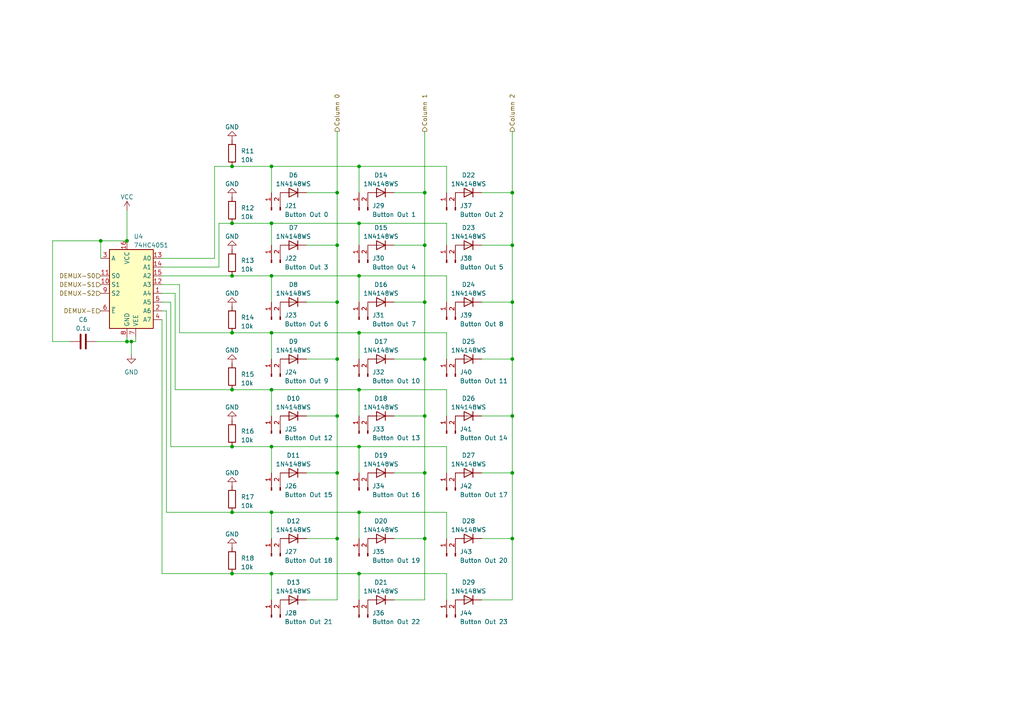
<source format=kicad_sch>
(kicad_sch (version 20231120) (generator "eeschema") (generator_version "8.0")
  (paper "A4")
  (title_block (title "PorscheMühk"))
  (lib_symbols
    (symbol "74xx:74HC4051"
      (property "Reference" "U" (at -5.08 11.43 0))
      (property "Value" "74HC4051" (at -7.62 -13.97 0))
      (symbol "74HC4051_0_1"
        (rectangle (start -5.08 10.16) (end 7.62 -12.7) (stroke (width 0.254)) (fill (type background)))
      )
      (symbol "74HC4051_1_1"
        (pin passive line (at 10.16 -2.54 180) (length 2.54) (name "A4") (number "1"))
        (pin input line (at -7.62 0 0) (length 2.54) (name "S1") (number "10"))
        (pin input line (at -7.62 2.54 0) (length 2.54) (name "S0") (number "11"))
        (pin passive line (at 10.16 0 180) (length 2.54) (name "A3") (number "12"))
        (pin passive line (at 10.16 7.62 180) (length 2.54) (name "A0") (number "13"))
        (pin passive line (at 10.16 5.08 180) (length 2.54) (name "A1") (number "14"))
        (pin passive line (at 10.16 2.54 180) (length 2.54) (name "A2") (number "15"))
        (pin power_in line (at 0 12.7 270) (length 2.54) (name "VCC") (number "16"))
        (pin passive line (at 10.16 -7.62 180) (length 2.54) (name "A6") (number "2"))
        (pin passive line (at -7.62 7.62 0) (length 2.54) (name "A") (number "3"))
        (pin passive line (at 10.16 -10.16 180) (length 2.54) (name "A7") (number "4"))
        (pin passive line (at 10.16 -5.08 180) (length 2.54) (name "A5") (number "5"))
        (pin input line (at -7.62 -7.62 0) (length 2.54) (name "~{E}") (number "6"))
        (pin power_in line (at 2.54 -15.24 90) (length 2.54) (name "VEE") (number "7"))
        (pin power_in line (at 0 -15.24 90) (length 2.54) (name "GND") (number "8"))
        (pin input line (at -7.62 -2.54 0) (length 2.54) (name "S2") (number "9"))
      )
    )
    (symbol "Connector:Conn_01x02_Pin" (pin_names (offset 1.016) hide)
      (property "Reference" "J" (at 0 2.54 0))
      (property "Value" "Conn_01x02_Pin" (at 0 -5.08 0))
      (symbol "Conn_01x02_Pin_1_1"
        (polyline (pts (xy 1.27 -2.54) (xy 0.8636 -2.54)) (stroke (width 0.1524)))
        (polyline (pts (xy 1.27 0) (xy 0.8636 0)) (stroke (width 0.1524)))
        (rectangle (start 0.8636 -2.413) (end 0 -2.667) (stroke (width 0.1524)) (fill (type outline)))
        (rectangle (start 0.8636 0.127) (end 0 -0.127) (stroke (width 0.1524)) (fill (type outline)))
        (pin passive line (at 5.08 0 180) (length 3.81) (name "Pin_1") (number "1"))
        (pin passive line (at 5.08 -2.54 180) (length 3.81) (name "Pin_2") (number "2"))
      )
    )
    (symbol "Device:C" (pin_numbers hide) (pin_names (offset 0.254))
      (property "Reference" "C" (at 0.635 2.54 0))
      (property "Value" "C" (at 0.635 -2.54 0))
      (symbol "C_0_1"
        (polyline (pts (xy -2.032 -0.762) (xy 2.032 -0.762)) (stroke (width 0.508)))
        (polyline (pts (xy -2.032 0.762) (xy 2.032 0.762)) (stroke (width 0.508)))
      )
      (symbol "C_1_1"
        (pin passive line (at 0 3.81 270) (length 2.794) (name "~") (number "1"))
        (pin passive line (at 0 -3.81 90) (length 2.794) (name "~") (number "2"))
      )
    )
    (symbol "Device:R" (pin_numbers hide) (pin_names (offset 0))
      (property "Reference" "R" (at 2.032 0 90))
      (property "Value" "R" (at 0 0 90))
      (symbol "R_0_1"
        (rectangle (start -1.016 -2.54) (end 1.016 2.54) (stroke (width 0.254)))
      )
      (symbol "R_1_1"
        (pin passive line (at 0 3.81 270) (length 1.27) (name "~") (number "1"))
        (pin passive line (at 0 -3.81 90) (length 1.27) (name "~") (number "2"))
      )
    )
    (symbol "Diode:1N4148WS" (pin_numbers hide) (pin_names hide)
      (property "Reference" "D" (at 0 2.54 0))
      (property "Value" "1N4148WS" (at 0 -2.54 0))
      (symbol "1N4148WS_0_1"
        (polyline (pts (xy -1.27 1.27) (xy -1.27 -1.27)) (stroke (width 0.254)))
        (polyline (pts (xy 1.27 0) (xy -1.27 0)))
        (polyline (pts (xy 1.27 1.27) (xy 1.27 -1.27) (xy -1.27 0) (xy 1.27 1.27)) (stroke (width 0.254)))
      )
      (symbol "1N4148WS_1_1"
        (pin passive line (at -3.81 0 0) (length 2.54) (name "K") (number "1"))
        (pin passive line (at 3.81 0 180) (length 2.54) (name "A") (number "2"))
      )
    )
    (symbol "power:GND" (power) (pin_names (offset 0))
      (property "Value" "GND" (at 0 -3.81 0))
      (symbol "GND_0_1"
        (polyline (pts (xy 0 0) (xy 0 -1.27) (xy 1.27 -1.27) (xy 0 -2.54) (xy -1.27 -1.27) (xy 0 -1.27)))
      )
      (symbol "GND_1_1"
        (pin power_in line (at 0 0 270) (length 0) hide (name "GND") (number "1"))
      )
    )
    (symbol "power:VCC" (power) (pin_names (offset 0))
      (property "Value" "VCC" (at 0 3.81 0))
      (symbol "VCC_0_1"
        (polyline (pts (xy -0.762 1.27) (xy 0 2.54)))
        (polyline (pts (xy 0 0) (xy 0 2.54)))
        (polyline (pts (xy 0 2.54) (xy 0.762 1.27)))
      )
      (symbol "VCC_1_1"
        (pin power_in line (at 0 0 90) (length 0) hide (name "VCC") (number "1"))
      )
    )
  )
  (junction (at 67.31 113.03))
  (junction (at 123.19 55.88))
  (junction (at 97.79 156.21))
  (junction (at 104.14 64.77))
  (junction (at 97.79 137.16))
  (junction (at 97.79 71.12))
  (junction (at 148.59 137.16))
  (junction (at 78.74 96.52))
  (junction (at 78.74 148.59))
  (junction (at 67.31 129.54))
  (junction (at 97.79 104.14))
  (junction (at 104.14 166.37))
  (junction (at 104.14 48.26))
  (junction (at 104.14 80.01))
  (junction (at 148.59 120.65))
  (junction (at 148.59 55.88))
  (junction (at 78.74 129.54))
  (junction (at 36.83 99.06))
  (junction (at 67.31 148.59))
  (junction (at 97.79 87.63))
  (junction (at 67.31 96.52))
  (junction (at 97.79 120.65))
  (junction (at 148.59 71.12))
  (junction (at 104.14 113.03))
  (junction (at 148.59 104.14))
  (junction (at 123.19 104.14))
  (junction (at 123.19 120.65))
  (junction (at 123.19 71.12))
  (junction (at 148.59 156.21))
  (junction (at 78.74 113.03))
  (junction (at 78.74 48.26))
  (junction (at 67.31 80.01))
  (junction (at 29.21 69.85))
  (junction (at 36.83 69.85))
  (junction (at 123.19 87.63))
  (junction (at 38.1 99.06))
  (junction (at 123.19 137.16))
  (junction (at 104.14 148.59))
  (junction (at 123.19 156.21))
  (junction (at 67.31 48.26))
  (junction (at 104.14 96.52))
  (junction (at 104.14 129.54))
  (junction (at 67.31 166.37))
  (junction (at 78.74 64.77))
  (junction (at 148.59 87.63))
  (junction (at 97.79 55.88))
  (junction (at 78.74 166.37))
  (junction (at 67.31 64.77))
  (junction (at 78.74 80.01))
  (wire (pts (xy 78.74 80.01) (xy 104.14 80.01)))
  (wire (pts (xy 78.74 48.26) (xy 78.74 55.88)))
  (wire (pts (xy 50.8 85.09) (xy 46.99 85.09)))
  (wire (pts (xy 123.19 120.65) (xy 123.19 137.16)))
  (wire (pts (xy 67.31 166.37) (xy 78.74 166.37)))
  (wire (pts (xy 97.79 71.12) (xy 97.79 55.88)))
  (wire (pts (xy 104.14 48.26) (xy 129.54 48.26)))
  (wire (pts (xy 27.94 99.06) (xy 36.83 99.06)))
  (wire (pts (xy 104.14 166.37) (xy 129.54 166.37)))
  (wire (pts (xy 139.7 137.16) (xy 148.59 137.16)))
  (wire (pts (xy 97.79 156.21) (xy 97.79 173.99)))
  (wire (pts (xy 148.59 87.63) (xy 148.59 71.12)))
  (wire (pts (xy 67.31 113.03) (xy 78.74 113.03)))
  (wire (pts (xy 78.74 148.59) (xy 78.74 156.21)))
  (wire (pts (xy 104.14 113.03) (xy 104.14 120.65)))
  (wire (pts (xy 129.54 113.03) (xy 129.54 120.65)))
  (wire (pts (xy 129.54 64.77) (xy 129.54 71.12)))
  (wire (pts (xy 139.7 71.12) (xy 148.59 71.12)))
  (wire (pts (xy 123.19 55.88) (xy 114.3 55.88)))
  (wire (pts (xy 139.7 87.63) (xy 148.59 87.63)))
  (wire (pts (xy 148.59 137.16) (xy 148.59 156.21)))
  (wire (pts (xy 29.21 69.85) (xy 29.21 74.93)))
  (wire (pts (xy 104.14 166.37) (xy 104.14 173.99)))
  (wire (pts (xy 63.5 64.77) (xy 63.5 77.47)))
  (wire (pts (xy 36.83 69.85) (xy 29.21 69.85)))
  (wire (pts (xy 104.14 64.77) (xy 104.14 71.12)))
  (wire (pts (xy 78.74 64.77) (xy 67.31 64.77)))
  (wire (pts (xy 67.31 148.59) (xy 78.74 148.59)))
  (wire (pts (xy 114.3 104.14) (xy 123.19 104.14)))
  (wire (pts (xy 123.19 87.63) (xy 123.19 71.12)))
  (wire (pts (xy 114.3 137.16) (xy 123.19 137.16)))
  (wire (pts (xy 46.99 92.71) (xy 46.99 166.37)))
  (wire (pts (xy 104.14 80.01) (xy 104.14 87.63)))
  (wire (pts (xy 104.14 129.54) (xy 129.54 129.54)))
  (wire (pts (xy 104.14 148.59) (xy 129.54 148.59)))
  (wire (pts (xy 123.19 38.1) (xy 123.19 55.88)))
  (wire (pts (xy 78.74 96.52) (xy 78.74 104.14)))
  (wire (pts (xy 63.5 77.47) (xy 46.99 77.47)))
  (wire (pts (xy 88.9 137.16) (xy 97.79 137.16)))
  (wire (pts (xy 97.79 137.16) (xy 97.79 156.21)))
  (wire (pts (xy 49.53 87.63) (xy 46.99 87.63)))
  (wire (pts (xy 104.14 129.54) (xy 104.14 137.16)))
  (wire (pts (xy 114.3 120.65) (xy 123.19 120.65)))
  (wire (pts (xy 78.74 113.03) (xy 78.74 120.65)))
  (wire (pts (xy 78.74 64.77) (xy 104.14 64.77)))
  (wire (pts (xy 129.54 96.52) (xy 129.54 104.14)))
  (wire (pts (xy 62.23 48.26) (xy 62.23 74.93)))
  (wire (pts (xy 148.59 104.14) (xy 148.59 87.63)))
  (wire (pts (xy 78.74 129.54) (xy 78.74 137.16)))
  (wire (pts (xy 88.9 71.12) (xy 97.79 71.12)))
  (wire (pts (xy 78.74 80.01) (xy 78.74 87.63)))
  (wire (pts (xy 49.53 129.54) (xy 67.31 129.54)))
  (wire (pts (xy 48.26 90.17) (xy 46.99 90.17)))
  (wire (pts (xy 114.3 87.63) (xy 123.19 87.63)))
  (wire (pts (xy 67.31 48.26) (xy 78.74 48.26)))
  (wire (pts (xy 148.59 55.88) (xy 139.7 55.88)))
  (wire (pts (xy 123.19 156.21) (xy 123.19 173.99)))
  (wire (pts (xy 39.37 99.06) (xy 39.37 97.79)))
  (wire (pts (xy 88.9 156.21) (xy 97.79 156.21)))
  (wire (pts (xy 139.7 104.14) (xy 148.59 104.14)))
  (wire (pts (xy 88.9 173.99) (xy 97.79 173.99)))
  (wire (pts (xy 123.19 137.16) (xy 123.19 156.21)))
  (wire (pts (xy 104.14 113.03) (xy 129.54 113.03)))
  (wire (pts (xy 78.74 148.59) (xy 104.14 148.59)))
  (wire (pts (xy 129.54 48.26) (xy 129.54 55.88)))
  (wire (pts (xy 104.14 80.01) (xy 129.54 80.01)))
  (wire (pts (xy 78.74 113.03) (xy 104.14 113.03)))
  (wire (pts (xy 78.74 64.77) (xy 78.74 71.12)))
  (wire (pts (xy 46.99 166.37) (xy 67.31 166.37)))
  (wire (pts (xy 52.07 82.55) (xy 46.99 82.55)))
  (wire (pts (xy 97.79 104.14) (xy 97.79 87.63)))
  (wire (pts (xy 114.3 173.99) (xy 123.19 173.99)))
  (wire (pts (xy 15.24 69.85) (xy 29.21 69.85)))
  (wire (pts (xy 52.07 96.52) (xy 52.07 82.55)))
  (wire (pts (xy 123.19 71.12) (xy 123.19 55.88)))
  (wire (pts (xy 38.1 99.06) (xy 39.37 99.06)))
  (wire (pts (xy 104.14 96.52) (xy 129.54 96.52)))
  (wire (pts (xy 78.74 48.26) (xy 104.14 48.26)))
  (wire (pts (xy 52.07 96.52) (xy 67.31 96.52)))
  (wire (pts (xy 88.9 104.14) (xy 97.79 104.14)))
  (wire (pts (xy 104.14 96.52) (xy 104.14 104.14)))
  (wire (pts (xy 148.59 120.65) (xy 148.59 104.14)))
  (wire (pts (xy 129.54 166.37) (xy 129.54 173.99)))
  (wire (pts (xy 78.74 166.37) (xy 78.74 173.99)))
  (wire (pts (xy 97.79 55.88) (xy 88.9 55.88)))
  (wire (pts (xy 36.83 97.79) (xy 36.83 99.06)))
  (wire (pts (xy 78.74 166.37) (xy 104.14 166.37)))
  (wire (pts (xy 123.19 120.65) (xy 123.19 104.14)))
  (wire (pts (xy 48.26 148.59) (xy 67.31 148.59)))
  (wire (pts (xy 148.59 38.1) (xy 148.59 55.88)))
  (wire (pts (xy 15.24 99.06) (xy 15.24 69.85)))
  (wire (pts (xy 139.7 120.65) (xy 148.59 120.65)))
  (wire (pts (xy 139.7 173.99) (xy 148.59 173.99)))
  (wire (pts (xy 104.14 48.26) (xy 104.14 55.88)))
  (wire (pts (xy 88.9 87.63) (xy 97.79 87.63)))
  (wire (pts (xy 46.99 80.01) (xy 67.31 80.01)))
  (wire (pts (xy 114.3 156.21) (xy 123.19 156.21)))
  (wire (pts (xy 67.31 64.77) (xy 63.5 64.77)))
  (wire (pts (xy 97.79 87.63) (xy 97.79 71.12)))
  (wire (pts (xy 67.31 96.52) (xy 78.74 96.52)))
  (wire (pts (xy 148.59 120.65) (xy 148.59 137.16)))
  (wire (pts (xy 20.32 99.06) (xy 15.24 99.06)))
  (wire (pts (xy 114.3 71.12) (xy 123.19 71.12)))
  (wire (pts (xy 148.59 156.21) (xy 148.59 173.99)))
  (wire (pts (xy 49.53 129.54) (xy 49.53 87.63)))
  (wire (pts (xy 78.74 129.54) (xy 104.14 129.54)))
  (wire (pts (xy 38.1 99.06) (xy 38.1 102.87)))
  (wire (pts (xy 48.26 148.59) (xy 48.26 90.17)))
  (wire (pts (xy 129.54 129.54) (xy 129.54 137.16)))
  (wire (pts (xy 123.19 104.14) (xy 123.19 87.63)))
  (wire (pts (xy 97.79 120.65) (xy 97.79 104.14)))
  (wire (pts (xy 148.59 71.12) (xy 148.59 55.88)))
  (wire (pts (xy 50.8 113.03) (xy 50.8 85.09)))
  (wire (pts (xy 78.74 96.52) (xy 104.14 96.52)))
  (wire (pts (xy 139.7 156.21) (xy 148.59 156.21)))
  (wire (pts (xy 104.14 148.59) (xy 104.14 156.21)))
  (wire (pts (xy 67.31 80.01) (xy 78.74 80.01)))
  (wire (pts (xy 129.54 148.59) (xy 129.54 156.21)))
  (wire (pts (xy 88.9 120.65) (xy 97.79 120.65)))
  (wire (pts (xy 50.8 113.03) (xy 67.31 113.03)))
  (wire (pts (xy 67.31 48.26) (xy 62.23 48.26)))
  (wire (pts (xy 97.79 38.1) (xy 97.79 55.88)))
  (wire (pts (xy 104.14 64.77) (xy 129.54 64.77)))
  (wire (pts (xy 129.54 80.01) (xy 129.54 87.63)))
  (wire (pts (xy 36.83 99.06) (xy 38.1 99.06)))
  (wire (pts (xy 97.79 120.65) (xy 97.79 137.16)))
  (wire (pts (xy 67.31 129.54) (xy 78.74 129.54)))
  (wire (pts (xy 62.23 74.93) (xy 46.99 74.93)))
  (wire (pts (xy 36.83 60.96) (xy 36.83 69.85)))
  (hierarchical_label "DEMUX-S2" (shape input) (at 29.21 85.09 180))
  (hierarchical_label "DEMUX-S0" (shape input) (at 29.21 80.01 180))
  (hierarchical_label "Column 1" (shape output) (at 123.19 38.1 90))
  (hierarchical_label "Column 0" (shape output) (at 97.79 38.1 90))
  (hierarchical_label "DEMUX-E" (shape input) (at 29.21 90.17 180))
  (hierarchical_label "Column 2" (shape output) (at 148.59 38.1 90))
  (hierarchical_label "DEMUX-S1" (shape input) (at 29.21 82.55 180))
  (symbol (lib_id "Connector:Conn_01x02_Pin") (at 104.14 76.2 90) (unit 1)
    (property "Reference" "J30" (at 107.95 74.93 90) (effects (justify right)))
    (property "Value" "Button Out 4" (at 107.95 77.47 90) (effects (justify right)))
    (property "Footprint" "Connector_Molex:Molex_KK-254_AE-6410-02A_1x02_P2.54mm_Vertical" (effects (hide yes)))
  )
  (symbol (lib_id "Connector:Conn_01x02_Pin") (at 78.74 161.29 90) (unit 1)
    (property "Reference" "J27" (at 82.55 160.02 90) (effects (justify right)))
    (property "Value" "Button Out 18" (at 82.55 162.56 90) (effects (justify right)))
    (property "Footprint" "Connector_Molex:Molex_KK-254_AE-6410-02A_1x02_P2.54mm_Vertical" (effects (hide yes)))
  )
  (symbol (lib_id "Device:R") (at 67.31 44.45 0) (unit 1)
    (property "Reference" "R11" (at 69.85 43.815 0) (effects (justify left)))
    (property "Value" "10k" (at 69.85 46.355 0) (effects (justify left)))
    (property "Footprint" "Resistor_SMD:R_0805_2012Metric_Pad1.20x1.40mm_HandSolder" (effects (hide yes)))
  )
  (symbol (lib_id "Diode:1N4148WS") (at 85.09 55.88 180) (unit 1)
    (property "Reference" "D6" (at 85.09 50.8 0))
    (property "Value" "1N4148WS" (at 85.09 53.34 0))
    (property "Footprint" "Diode_SMD:D_SOD-323_HandSoldering" (effects (hide yes)))
    (property "Datasheet" "https://www.vishay.com/docs/85751/1n4148ws.pdf" (effects (hide yes)))
    (property "Sim.Device" "D" (effects (hide yes)))
    (property "Sim.Pins" "1=K 2=A" (effects (hide yes)))
  )
  (symbol (lib_id "Diode:1N4148WS") (at 135.89 87.63 180) (unit 1)
    (property "Reference" "D24" (at 135.89 82.55 0))
    (property "Value" "1N4148WS" (at 135.89 85.09 0))
    (property "Footprint" "Diode_SMD:D_SOD-323_HandSoldering" (effects (hide yes)))
    (property "Datasheet" "https://www.vishay.com/docs/85751/1n4148ws.pdf" (effects (hide yes)))
    (property "Sim.Device" "D" (effects (hide yes)))
    (property "Sim.Pins" "1=K 2=A" (effects (hide yes)))
  )
  (symbol (lib_id "Diode:1N4148WS") (at 85.09 104.14 180) (unit 1)
    (property "Reference" "D9" (at 85.09 99.06 0))
    (property "Value" "1N4148WS" (at 85.09 101.6 0))
    (property "Footprint" "Diode_SMD:D_SOD-323_HandSoldering" (effects (hide yes)))
    (property "Datasheet" "https://www.vishay.com/docs/85751/1n4148ws.pdf" (effects (hide yes)))
    (property "Sim.Device" "D" (effects (hide yes)))
    (property "Sim.Pins" "1=K 2=A" (effects (hide yes)))
  )
  (symbol (lib_id "power:GND") (at 67.31 88.9 180) (unit 1)
    (property "Reference" "#PWR051" (effects (hide yes)))
    (property "Value" "GND" (at 67.31 85.09 0))
  )
  (symbol (lib_id "Diode:1N4148WS") (at 85.09 156.21 180) (unit 1)
    (property "Reference" "D12" (at 85.09 151.13 0))
    (property "Value" "1N4148WS" (at 85.09 153.67 0))
    (property "Footprint" "Diode_SMD:D_SOD-323_HandSoldering" (effects (hide yes)))
    (property "Datasheet" "https://www.vishay.com/docs/85751/1n4148ws.pdf" (effects (hide yes)))
    (property "Sim.Device" "D" (effects (hide yes)))
    (property "Sim.Pins" "1=K 2=A" (effects (hide yes)))
  )
  (symbol (lib_id "Diode:1N4148WS") (at 110.49 137.16 180) (unit 1)
    (property "Reference" "D19" (at 110.49 132.08 0))
    (property "Value" "1N4148WS" (at 110.49 134.62 0))
    (property "Footprint" "Diode_SMD:D_SOD-323_HandSoldering" (effects (hide yes)))
    (property "Datasheet" "https://www.vishay.com/docs/85751/1n4148ws.pdf" (effects (hide yes)))
    (property "Sim.Device" "D" (effects (hide yes)))
    (property "Sim.Pins" "1=K 2=A" (effects (hide yes)))
  )
  (symbol (lib_id "Device:R") (at 67.31 125.73 0) (unit 1)
    (property "Reference" "R16" (at 69.85 125.095 0) (effects (justify left)))
    (property "Value" "10k" (at 69.85 127.635 0) (effects (justify left)))
    (property "Footprint" "Resistor_SMD:R_0805_2012Metric_Pad1.20x1.40mm_HandSolder" (effects (hide yes)))
  )
  (symbol (lib_id "Diode:1N4148WS") (at 110.49 120.65 180) (unit 1)
    (property "Reference" "D18" (at 110.49 115.57 0))
    (property "Value" "1N4148WS" (at 110.49 118.11 0))
    (property "Footprint" "Diode_SMD:D_SOD-323_HandSoldering" (effects (hide yes)))
    (property "Datasheet" "https://www.vishay.com/docs/85751/1n4148ws.pdf" (effects (hide yes)))
    (property "Sim.Device" "D" (effects (hide yes)))
    (property "Sim.Pins" "1=K 2=A" (effects (hide yes)))
  )
  (symbol (lib_id "74xx:74HC4051") (at 36.83 82.55 0) (unit 1)
    (property "Reference" "U4" (at 38.7859 68.58 0) (effects (justify left)))
    (property "Value" "74HC4051" (at 38.7859 71.12 0) (effects (justify left)))
    (property "Footprint" "Package_SO:SO-16_3.9x9.9mm_P1.27mm" (effects (hide yes)))
    (property "Datasheet" "http://www.ti.com/lit/ds/symlink/cd74hc4051.pdf" (effects (hide yes)))
  )
  (symbol (lib_id "Connector:Conn_01x02_Pin") (at 104.14 125.73 90) (unit 1)
    (property "Reference" "J33" (at 107.95 124.46 90) (effects (justify right)))
    (property "Value" "Button Out 13" (at 107.95 127 90) (effects (justify right)))
    (property "Footprint" "Connector_Molex:Molex_KK-254_AE-6410-02A_1x02_P2.54mm_Vertical" (effects (hide yes)))
  )
  (symbol (lib_id "power:GND") (at 67.31 40.64 180) (unit 1)
    (property "Reference" "#PWR048" (effects (hide yes)))
    (property "Value" "GND" (at 67.31 36.83 0))
  )
  (symbol (lib_id "Connector:Conn_01x02_Pin") (at 129.54 179.07 90) (unit 1)
    (property "Reference" "J44" (at 133.35 177.8 90) (effects (justify right)))
    (property "Value" "Button Out 23" (at 133.35 180.34 90) (effects (justify right)))
    (property "Footprint" "Connector_Molex:Molex_KK-254_AE-6410-02A_1x02_P2.54mm_Vertical" (effects (hide yes)))
  )
  (symbol (lib_id "Diode:1N4148WS") (at 135.89 173.99 180) (unit 1)
    (property "Reference" "D29" (at 135.89 168.91 0))
    (property "Value" "1N4148WS" (at 135.89 171.45 0))
    (property "Footprint" "Diode_SMD:D_SOD-323_HandSoldering" (effects (hide yes)))
    (property "Datasheet" "https://www.vishay.com/docs/85751/1n4148ws.pdf" (effects (hide yes)))
    (property "Sim.Device" "D" (effects (hide yes)))
    (property "Sim.Pins" "1=K 2=A" (effects (hide yes)))
  )
  (symbol (lib_id "Connector:Conn_01x02_Pin") (at 129.54 60.96 90) (unit 1)
    (property "Reference" "J37" (at 133.35 59.69 90) (effects (justify right)))
    (property "Value" "Button Out 2" (at 133.35 62.23 90) (effects (justify right)))
    (property "Footprint" "Connector_Molex:Molex_KK-254_AE-6410-02A_1x02_P2.54mm_Vertical" (effects (hide yes)))
  )
  (symbol (lib_id "power:GND") (at 67.31 140.97 180) (unit 1)
    (property "Reference" "#PWR054" (effects (hide yes)))
    (property "Value" "GND" (at 67.31 137.16 0))
  )
  (symbol (lib_id "Diode:1N4148WS") (at 110.49 87.63 180) (unit 1)
    (property "Reference" "D16" (at 110.49 82.55 0))
    (property "Value" "1N4148WS" (at 110.49 85.09 0))
    (property "Footprint" "Diode_SMD:D_SOD-323_HandSoldering" (effects (hide yes)))
    (property "Datasheet" "https://www.vishay.com/docs/85751/1n4148ws.pdf" (effects (hide yes)))
    (property "Sim.Device" "D" (effects (hide yes)))
    (property "Sim.Pins" "1=K 2=A" (effects (hide yes)))
  )
  (symbol (lib_id "Diode:1N4148WS") (at 135.89 156.21 180) (unit 1)
    (property "Reference" "D28" (at 135.89 151.13 0))
    (property "Value" "1N4148WS" (at 135.89 153.67 0))
    (property "Footprint" "Diode_SMD:D_SOD-323_HandSoldering" (effects (hide yes)))
    (property "Datasheet" "https://www.vishay.com/docs/85751/1n4148ws.pdf" (effects (hide yes)))
    (property "Sim.Device" "D" (effects (hide yes)))
    (property "Sim.Pins" "1=K 2=A" (effects (hide yes)))
  )
  (symbol (lib_id "Connector:Conn_01x02_Pin") (at 78.74 125.73 90) (unit 1)
    (property "Reference" "J25" (at 82.55 124.46 90) (effects (justify right)))
    (property "Value" "Button Out 12" (at 82.55 127 90) (effects (justify right)))
    (property "Footprint" "Connector_Molex:Molex_KK-254_AE-6410-02A_1x02_P2.54mm_Vertical" (effects (hide yes)))
  )
  (symbol (lib_id "Connector:Conn_01x02_Pin") (at 104.14 179.07 90) (unit 1)
    (property "Reference" "J36" (at 107.95 177.8 90) (effects (justify right)))
    (property "Value" "Button Out 22" (at 107.95 180.34 90) (effects (justify right)))
    (property "Footprint" "Connector_Molex:Molex_KK-254_AE-6410-02A_1x02_P2.54mm_Vertical" (effects (hide yes)))
  )
  (symbol (lib_id "Connector:Conn_01x02_Pin") (at 78.74 92.71 90) (unit 1)
    (property "Reference" "J23" (at 82.55 91.44 90) (effects (justify right)))
    (property "Value" "Button Out 6" (at 82.55 93.98 90) (effects (justify right)))
    (property "Footprint" "Connector_Molex:Molex_KK-254_AE-6410-02A_1x02_P2.54mm_Vertical" (effects (hide yes)))
  )
  (symbol (lib_id "Connector:Conn_01x02_Pin") (at 104.14 142.24 90) (unit 1)
    (property "Reference" "J34" (at 107.95 140.97 90) (effects (justify right)))
    (property "Value" "Button Out 16" (at 107.95 143.51 90) (effects (justify right)))
    (property "Footprint" "Connector_Molex:Molex_KK-254_AE-6410-02A_1x02_P2.54mm_Vertical" (effects (hide yes)))
  )
  (symbol (lib_id "Diode:1N4148WS") (at 110.49 55.88 180) (unit 1)
    (property "Reference" "D14" (at 110.49 50.8 0))
    (property "Value" "1N4148WS" (at 110.49 53.34 0))
    (property "Footprint" "Diode_SMD:D_SOD-323_HandSoldering" (effects (hide yes)))
    (property "Datasheet" "https://www.vishay.com/docs/85751/1n4148ws.pdf" (effects (hide yes)))
    (property "Sim.Device" "D" (effects (hide yes)))
    (property "Sim.Pins" "1=K 2=A" (effects (hide yes)))
  )
  (symbol (lib_id "Device:R") (at 67.31 76.2 0) (unit 1)
    (property "Reference" "R13" (at 69.85 75.565 0) (effects (justify left)))
    (property "Value" "10k" (at 69.85 78.105 0) (effects (justify left)))
    (property "Footprint" "Resistor_SMD:R_0805_2012Metric_Pad1.20x1.40mm_HandSolder" (effects (hide yes)))
  )
  (symbol (lib_id "Diode:1N4148WS") (at 135.89 55.88 180) (unit 1)
    (property "Reference" "D22" (at 135.89 50.8 0))
    (property "Value" "1N4148WS" (at 135.89 53.34 0))
    (property "Footprint" "Diode_SMD:D_SOD-323_HandSoldering" (effects (hide yes)))
    (property "Datasheet" "https://www.vishay.com/docs/85751/1n4148ws.pdf" (effects (hide yes)))
    (property "Sim.Device" "D" (effects (hide yes)))
    (property "Sim.Pins" "1=K 2=A" (effects (hide yes)))
  )
  (symbol (lib_id "Diode:1N4148WS") (at 135.89 137.16 180) (unit 1)
    (property "Reference" "D27" (at 135.89 132.08 0))
    (property "Value" "1N4148WS" (at 135.89 134.62 0))
    (property "Footprint" "Diode_SMD:D_SOD-323_HandSoldering" (effects (hide yes)))
    (property "Datasheet" "https://www.vishay.com/docs/85751/1n4148ws.pdf" (effects (hide yes)))
    (property "Sim.Device" "D" (effects (hide yes)))
    (property "Sim.Pins" "1=K 2=A" (effects (hide yes)))
  )
  (symbol (lib_id "Diode:1N4148WS") (at 110.49 104.14 180) (unit 1)
    (property "Reference" "D17" (at 110.49 99.06 0))
    (property "Value" "1N4148WS" (at 110.49 101.6 0))
    (property "Footprint" "Diode_SMD:D_SOD-323_HandSoldering" (effects (hide yes)))
    (property "Datasheet" "https://www.vishay.com/docs/85751/1n4148ws.pdf" (effects (hide yes)))
    (property "Sim.Device" "D" (effects (hide yes)))
    (property "Sim.Pins" "1=K 2=A" (effects (hide yes)))
  )
  (symbol (lib_id "power:GND") (at 67.31 72.39 180) (unit 1)
    (property "Reference" "#PWR050" (effects (hide yes)))
    (property "Value" "GND" (at 67.31 68.58 0))
  )
  (symbol (lib_id "Connector:Conn_01x02_Pin") (at 104.14 109.22 90) (unit 1)
    (property "Reference" "J32" (at 107.95 107.95 90) (effects (justify right)))
    (property "Value" "Button Out 10" (at 107.95 110.49 90) (effects (justify right)))
    (property "Footprint" "Connector_Molex:Molex_KK-254_AE-6410-02A_1x02_P2.54mm_Vertical" (effects (hide yes)))
  )
  (symbol (lib_id "Connector:Conn_01x02_Pin") (at 129.54 76.2 90) (unit 1)
    (property "Reference" "J38" (at 133.35 74.93 90) (effects (justify right)))
    (property "Value" "Button Out 5" (at 133.35 77.47 90) (effects (justify right)))
    (property "Footprint" "Connector_Molex:Molex_KK-254_AE-6410-02A_1x02_P2.54mm_Vertical" (effects (hide yes)))
  )
  (symbol (lib_id "Diode:1N4148WS") (at 110.49 156.21 180) (unit 1)
    (property "Reference" "D20" (at 110.49 151.13 0))
    (property "Value" "1N4148WS" (at 110.49 153.67 0))
    (property "Footprint" "Diode_SMD:D_SOD-323_HandSoldering" (effects (hide yes)))
    (property "Datasheet" "https://www.vishay.com/docs/85751/1n4148ws.pdf" (effects (hide yes)))
    (property "Sim.Device" "D" (effects (hide yes)))
    (property "Sim.Pins" "1=K 2=A" (effects (hide yes)))
  )
  (symbol (lib_id "Device:R") (at 67.31 92.71 0) (unit 1)
    (property "Reference" "R14" (at 69.85 92.075 0) (effects (justify left)))
    (property "Value" "10k" (at 69.85 94.615 0) (effects (justify left)))
    (property "Footprint" "Resistor_SMD:R_0805_2012Metric_Pad1.20x1.40mm_HandSolder" (effects (hide yes)))
  )
  (symbol (lib_id "Diode:1N4148WS") (at 110.49 71.12 180) (unit 1)
    (property "Reference" "D15" (at 110.49 66.04 0))
    (property "Value" "1N4148WS" (at 110.49 68.58 0))
    (property "Footprint" "Diode_SMD:D_SOD-323_HandSoldering" (effects (hide yes)))
    (property "Datasheet" "https://www.vishay.com/docs/85751/1n4148ws.pdf" (effects (hide yes)))
    (property "Sim.Device" "D" (effects (hide yes)))
    (property "Sim.Pins" "1=K 2=A" (effects (hide yes)))
  )
  (symbol (lib_id "Connector:Conn_01x02_Pin") (at 78.74 109.22 90) (unit 1)
    (property "Reference" "J24" (at 82.55 107.95 90) (effects (justify right)))
    (property "Value" "Button Out 9" (at 82.55 110.49 90) (effects (justify right)))
    (property "Footprint" "Connector_Molex:Molex_KK-254_AE-6410-02A_1x02_P2.54mm_Vertical" (effects (hide yes)))
  )
  (symbol (lib_id "Device:R") (at 67.31 144.78 0) (unit 1)
    (property "Reference" "R17" (at 69.85 144.145 0) (effects (justify left)))
    (property "Value" "10k" (at 69.85 146.685 0) (effects (justify left)))
    (property "Footprint" "Resistor_SMD:R_0805_2012Metric_Pad1.20x1.40mm_HandSolder" (effects (hide yes)))
  )
  (symbol (lib_id "Connector:Conn_01x02_Pin") (at 129.54 109.22 90) (unit 1)
    (property "Reference" "J40" (at 133.35 107.95 90) (effects (justify right)))
    (property "Value" "Button Out 11" (at 133.35 110.49 90) (effects (justify right)))
    (property "Footprint" "Connector_Molex:Molex_KK-254_AE-6410-02A_1x02_P2.54mm_Vertical" (effects (hide yes)))
  )
  (symbol (lib_id "Diode:1N4148WS") (at 135.89 120.65 180) (unit 1)
    (property "Reference" "D26" (at 135.89 115.57 0))
    (property "Value" "1N4148WS" (at 135.89 118.11 0))
    (property "Footprint" "Diode_SMD:D_SOD-323_HandSoldering" (effects (hide yes)))
    (property "Datasheet" "https://www.vishay.com/docs/85751/1n4148ws.pdf" (effects (hide yes)))
    (property "Sim.Device" "D" (effects (hide yes)))
    (property "Sim.Pins" "1=K 2=A" (effects (hide yes)))
  )
  (symbol (lib_id "Device:R") (at 67.31 60.96 0) (unit 1)
    (property "Reference" "R12" (at 69.85 60.325 0) (effects (justify left)))
    (property "Value" "10k" (at 69.85 62.865 0) (effects (justify left)))
    (property "Footprint" "Resistor_SMD:R_0805_2012Metric_Pad1.20x1.40mm_HandSolder" (effects (hide yes)))
  )
  (symbol (lib_id "Connector:Conn_01x02_Pin") (at 78.74 142.24 90) (unit 1)
    (property "Reference" "J26" (at 82.55 140.97 90) (effects (justify right)))
    (property "Value" "Button Out 15" (at 82.55 143.51 90) (effects (justify right)))
    (property "Footprint" "Connector_Molex:Molex_KK-254_AE-6410-02A_1x02_P2.54mm_Vertical" (effects (hide yes)))
  )
  (symbol (lib_id "Connector:Conn_01x02_Pin") (at 104.14 60.96 90) (unit 1)
    (property "Reference" "J29" (at 107.95 59.69 90) (effects (justify right)))
    (property "Value" "Button Out 1" (at 107.95 62.23 90) (effects (justify right)))
    (property "Footprint" "Connector_Molex:Molex_KK-254_AE-6410-02A_1x02_P2.54mm_Vertical" (effects (hide yes)))
  )
  (symbol (lib_id "Connector:Conn_01x02_Pin") (at 78.74 179.07 90) (unit 1)
    (property "Reference" "J28" (at 82.55 177.8 90) (effects (justify right)))
    (property "Value" "Button Out 21" (at 82.55 180.34 90) (effects (justify right)))
    (property "Footprint" "Connector_Molex:Molex_KK-254_AE-6410-02A_1x02_P2.54mm_Vertical" (effects (hide yes)))
  )
  (symbol (lib_id "Connector:Conn_01x02_Pin") (at 129.54 125.73 90) (unit 1)
    (property "Reference" "J41" (at 133.35 124.46 90) (effects (justify right)))
    (property "Value" "Button Out 14" (at 133.35 127 90) (effects (justify right)))
    (property "Footprint" "Connector_Molex:Molex_KK-254_AE-6410-02A_1x02_P2.54mm_Vertical" (effects (hide yes)))
  )
  (symbol (lib_id "Diode:1N4148WS") (at 85.09 137.16 180) (unit 1)
    (property "Reference" "D11" (at 85.09 132.08 0))
    (property "Value" "1N4148WS" (at 85.09 134.62 0))
    (property "Footprint" "Diode_SMD:D_SOD-323_HandSoldering" (effects (hide yes)))
    (property "Datasheet" "https://www.vishay.com/docs/85751/1n4148ws.pdf" (effects (hide yes)))
    (property "Sim.Device" "D" (effects (hide yes)))
    (property "Sim.Pins" "1=K 2=A" (effects (hide yes)))
  )
  (symbol (lib_id "power:VCC") (at 36.83 60.96 0) (unit 1)
    (property "Reference" "#PWR046" (effects (hide yes)))
    (property "Value" "VCC" (at 36.83 57.15 0))
  )
  (symbol (lib_id "Connector:Conn_01x02_Pin") (at 129.54 142.24 90) (unit 1)
    (property "Reference" "J42" (at 133.35 140.97 90) (effects (justify right)))
    (property "Value" "Button Out 17" (at 133.35 143.51 90) (effects (justify right)))
    (property "Footprint" "Connector_Molex:Molex_KK-254_AE-6410-02A_1x02_P2.54mm_Vertical" (effects (hide yes)))
  )
  (symbol (lib_id "Diode:1N4148WS") (at 135.89 104.14 180) (unit 1)
    (property "Reference" "D25" (at 135.89 99.06 0))
    (property "Value" "1N4148WS" (at 135.89 101.6 0))
    (property "Footprint" "Diode_SMD:D_SOD-323_HandSoldering" (effects (hide yes)))
    (property "Datasheet" "https://www.vishay.com/docs/85751/1n4148ws.pdf" (effects (hide yes)))
    (property "Sim.Device" "D" (effects (hide yes)))
    (property "Sim.Pins" "1=K 2=A" (effects (hide yes)))
  )
  (symbol (lib_id "Connector:Conn_01x02_Pin") (at 129.54 161.29 90) (unit 1)
    (property "Reference" "J43" (at 133.35 160.02 90) (effects (justify right)))
    (property "Value" "Button Out 20" (at 133.35 162.56 90) (effects (justify right)))
    (property "Footprint" "Connector_Molex:Molex_KK-254_AE-6410-02A_1x02_P2.54mm_Vertical" (effects (hide yes)))
  )
  (symbol (lib_id "Device:R") (at 67.31 162.56 0) (unit 1)
    (property "Reference" "R18" (at 69.85 161.925 0) (effects (justify left)))
    (property "Value" "10k" (at 69.85 164.465 0) (effects (justify left)))
    (property "Footprint" "Resistor_SMD:R_0805_2012Metric_Pad1.20x1.40mm_HandSolder" (effects (hide yes)))
  )
  (symbol (lib_id "Diode:1N4148WS") (at 85.09 173.99 180) (unit 1)
    (property "Reference" "D13" (at 85.09 168.91 0))
    (property "Value" "1N4148WS" (at 85.09 171.45 0))
    (property "Footprint" "Diode_SMD:D_SOD-323_HandSoldering" (effects (hide yes)))
    (property "Datasheet" "https://www.vishay.com/docs/85751/1n4148ws.pdf" (effects (hide yes)))
    (property "Sim.Device" "D" (effects (hide yes)))
    (property "Sim.Pins" "1=K 2=A" (effects (hide yes)))
  )
  (symbol (lib_id "Connector:Conn_01x02_Pin") (at 78.74 60.96 90) (unit 1)
    (property "Reference" "J21" (at 82.55 59.69 90) (effects (justify right)))
    (property "Value" "Button Out 0" (at 82.55 62.23 90) (effects (justify right)))
    (property "Footprint" "Connector_Molex:Molex_KK-254_AE-6410-02A_1x02_P2.54mm_Vertical" (effects (hide yes)))
  )
  (symbol (lib_id "Connector:Conn_01x02_Pin") (at 78.74 76.2 90) (unit 1)
    (property "Reference" "J22" (at 82.55 74.93 90) (effects (justify right)))
    (property "Value" "Button Out 3" (at 82.55 77.47 90) (effects (justify right)))
    (property "Footprint" "Connector_Molex:Molex_KK-254_AE-6410-02A_1x02_P2.54mm_Vertical" (effects (hide yes)))
  )
  (symbol (lib_id "Diode:1N4148WS") (at 110.49 173.99 180) (unit 1)
    (property "Reference" "D21" (at 110.49 168.91 0))
    (property "Value" "1N4148WS" (at 110.49 171.45 0))
    (property "Footprint" "Diode_SMD:D_SOD-323_HandSoldering" (effects (hide yes)))
    (property "Datasheet" "https://www.vishay.com/docs/85751/1n4148ws.pdf" (effects (hide yes)))
    (property "Sim.Device" "D" (effects (hide yes)))
    (property "Sim.Pins" "1=K 2=A" (effects (hide yes)))
  )
  (symbol (lib_id "Device:R") (at 67.31 109.22 0) (unit 1)
    (property "Reference" "R15" (at 69.85 108.585 0) (effects (justify left)))
    (property "Value" "10k" (at 69.85 111.125 0) (effects (justify left)))
    (property "Footprint" "Resistor_SMD:R_0805_2012Metric_Pad1.20x1.40mm_HandSolder" (effects (hide yes)))
  )
  (symbol (lib_id "power:GND") (at 67.31 57.15 180) (unit 1)
    (property "Reference" "#PWR049" (effects (hide yes)))
    (property "Value" "GND" (at 67.31 53.34 0))
  )
  (symbol (lib_id "Diode:1N4148WS") (at 85.09 87.63 180) (unit 1)
    (property "Reference" "D8" (at 85.09 82.55 0))
    (property "Value" "1N4148WS" (at 85.09 85.09 0))
    (property "Footprint" "Diode_SMD:D_SOD-323_HandSoldering" (effects (hide yes)))
    (property "Datasheet" "https://www.vishay.com/docs/85751/1n4148ws.pdf" (effects (hide yes)))
    (property "Sim.Device" "D" (effects (hide yes)))
    (property "Sim.Pins" "1=K 2=A" (effects (hide yes)))
  )
  (symbol (lib_id "Diode:1N4148WS") (at 135.89 71.12 180) (unit 1)
    (property "Reference" "D23" (at 135.89 66.04 0))
    (property "Value" "1N4148WS" (at 135.89 68.58 0))
    (property "Footprint" "Diode_SMD:D_SOD-323_HandSoldering" (effects (hide yes)))
    (property "Datasheet" "https://www.vishay.com/docs/85751/1n4148ws.pdf" (effects (hide yes)))
    (property "Sim.Device" "D" (effects (hide yes)))
    (property "Sim.Pins" "1=K 2=A" (effects (hide yes)))
  )
  (symbol (lib_id "Diode:1N4148WS") (at 85.09 71.12 180) (unit 1)
    (property "Reference" "D7" (at 85.09 66.04 0))
    (property "Value" "1N4148WS" (at 85.09 68.58 0))
    (property "Footprint" "Diode_SMD:D_SOD-323_HandSoldering" (effects (hide yes)))
    (property "Datasheet" "https://www.vishay.com/docs/85751/1n4148ws.pdf" (effects (hide yes)))
    (property "Sim.Device" "D" (effects (hide yes)))
    (property "Sim.Pins" "1=K 2=A" (effects (hide yes)))
  )
  (symbol (lib_id "Connector:Conn_01x02_Pin") (at 104.14 161.29 90) (unit 1)
    (property "Reference" "J35" (at 107.95 160.02 90) (effects (justify right)))
    (property "Value" "Button Out 19" (at 107.95 162.56 90) (effects (justify right)))
    (property "Footprint" "Connector_Molex:Molex_KK-254_AE-6410-02A_1x02_P2.54mm_Vertical" (effects (hide yes)))
  )
  (symbol (lib_id "power:GND") (at 67.31 158.75 180) (unit 1)
    (property "Reference" "#PWR055" (effects (hide yes)))
    (property "Value" "GND" (at 67.31 154.94 0))
  )
  (symbol (lib_id "power:GND") (at 38.1 102.87 0) (unit 1)
    (property "Reference" "#PWR047" (effects (hide yes)))
    (property "Value" "GND" (at 38.1 107.95 0))
  )
  (symbol (lib_id "Connector:Conn_01x02_Pin") (at 129.54 92.71 90) (unit 1)
    (property "Reference" "J39" (at 133.35 91.44 90) (effects (justify right)))
    (property "Value" "Button Out 8" (at 133.35 93.98 90) (effects (justify right)))
    (property "Footprint" "Connector_Molex:Molex_KK-254_AE-6410-02A_1x02_P2.54mm_Vertical" (effects (hide yes)))
  )
  (symbol (lib_id "Device:C") (at 24.13 99.06 90) (unit 1)
    (property "Reference" "C6" (at 24.13 92.71 90))
    (property "Value" "0.1u" (at 24.13 95.25 90))
    (property "Footprint" "Capacitor_SMD:C_0805_2012Metric_Pad1.18x1.45mm_HandSolder" (effects (hide yes)))
  )
  (symbol (lib_id "Diode:1N4148WS") (at 85.09 120.65 180) (unit 1)
    (property "Reference" "D10" (at 85.09 115.57 0))
    (property "Value" "1N4148WS" (at 85.09 118.11 0))
    (property "Footprint" "Diode_SMD:D_SOD-323_HandSoldering" (effects (hide yes)))
    (property "Datasheet" "https://www.vishay.com/docs/85751/1n4148ws.pdf" (effects (hide yes)))
    (property "Sim.Device" "D" (effects (hide yes)))
    (property "Sim.Pins" "1=K 2=A" (effects (hide yes)))
  )
  (symbol (lib_id "power:GND") (at 67.31 121.92 180) (unit 1)
    (property "Reference" "#PWR053" (effects (hide yes)))
    (property "Value" "GND" (at 67.31 118.11 0))
  )
  (symbol (lib_id "power:GND") (at 67.31 105.41 180) (unit 1)
    (property "Reference" "#PWR052" (effects (hide yes)))
    (property "Value" "GND" (at 67.31 101.6 0))
  )
  (symbol (lib_id "Connector:Conn_01x02_Pin") (at 104.14 92.71 90) (unit 1)
    (property "Reference" "J31" (at 107.95 91.44 90) (effects (justify right)))
    (property "Value" "Button Out 7" (at 107.95 93.98 90) (effects (justify right)))
    (property "Footprint" "Connector_Molex:Molex_KK-254_AE-6410-02A_1x02_P2.54mm_Vertical" (effects (hide yes)))
  )
)
</source>
